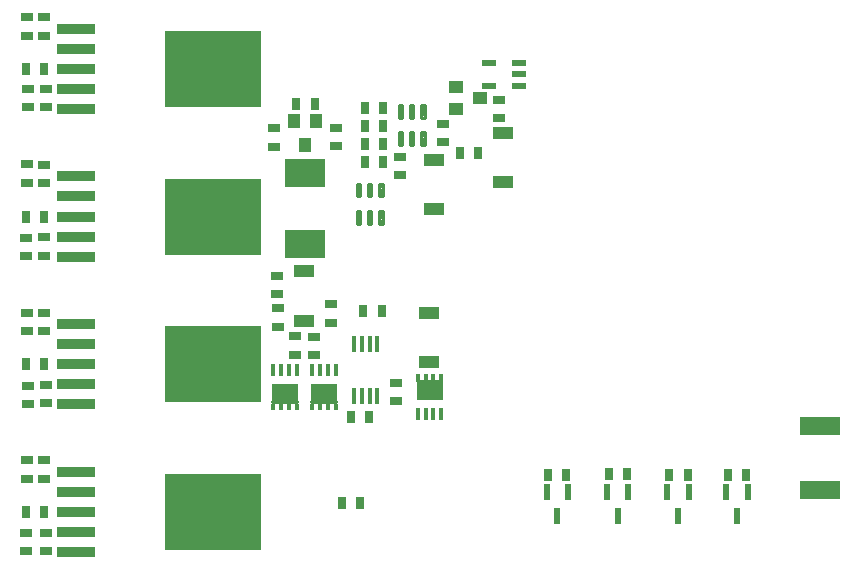
<source format=gbr>
G04 EAGLE Gerber RS-274X export*
G75*
%MOMM*%
%FSLAX34Y34*%
%LPD*%
%INSolderpaste Bottom*%
%IPPOS*%
%AMOC8*
5,1,8,0,0,1.08239X$1,22.5*%
G01*
%ADD10R,1.000000X0.650000*%
%ADD11R,0.650000X1.000000*%
%ADD12R,1.720000X1.120000*%
%ADD13R,0.450000X1.400000*%
%ADD14R,3.500000X1.500000*%
%ADD15R,3.500000X2.350000*%
%ADD16R,0.405000X0.990000*%
%ADD17R,0.405000X0.510000*%
%ADD18R,2.235000X1.725000*%
%ADD19R,0.200000X0.250000*%
%ADD20R,1.000000X1.270000*%
%ADD21R,1.270000X1.000000*%
%ADD22R,1.200000X0.550000*%
%ADD23R,3.200400X0.914400*%
%ADD24R,8.153400X6.502400*%
%ADD25C,0.295000*%
%ADD26R,0.558800X1.320800*%


D10*
X371000Y171550D03*
X371000Y156050D03*
X57900Y29050D03*
X57900Y44550D03*
X74100Y44850D03*
X74100Y29350D03*
X74100Y169750D03*
X74100Y154250D03*
X57900Y279150D03*
X57900Y294650D03*
X73100Y294950D03*
X73100Y279450D03*
X58900Y404950D03*
X58900Y420450D03*
X316100Y238250D03*
X316100Y222750D03*
X74100Y420350D03*
X74100Y404850D03*
D11*
X340650Y70100D03*
X325150Y70100D03*
X348050Y142900D03*
X332550Y142900D03*
D10*
X267100Y387150D03*
X267100Y371650D03*
X58900Y153850D03*
X58900Y169350D03*
D12*
X293300Y224450D03*
X293300Y265950D03*
X398700Y230450D03*
X398700Y188950D03*
X461300Y341350D03*
X461300Y382850D03*
D13*
X335550Y204900D03*
X342050Y204900D03*
X348550Y204900D03*
X355050Y204900D03*
X355050Y160900D03*
X348550Y160900D03*
X342050Y160900D03*
X335550Y160900D03*
D14*
X729900Y80800D03*
X729900Y134800D03*
D15*
X293800Y349750D03*
X293800Y289250D03*
D16*
X409120Y145650D03*
X402520Y145650D03*
X395920Y145650D03*
X389320Y145650D03*
D17*
X389320Y176750D03*
X395920Y176750D03*
X402520Y176750D03*
X409120Y176750D03*
D18*
X399220Y165580D03*
D19*
X388240Y172950D03*
X410160Y172950D03*
D20*
X293700Y373300D03*
X303200Y393300D03*
X284200Y393300D03*
D16*
X300080Y182450D03*
X306680Y182450D03*
X313280Y182450D03*
X319880Y182450D03*
D17*
X319880Y151350D03*
X313280Y151350D03*
X306680Y151350D03*
X300080Y151350D03*
D18*
X309980Y162520D03*
D19*
X320960Y155150D03*
X299040Y155150D03*
D16*
X266780Y182450D03*
X273380Y182450D03*
X279980Y182450D03*
X286580Y182450D03*
D17*
X286580Y151350D03*
X279980Y151350D03*
X273380Y151350D03*
X266780Y151350D03*
D18*
X276680Y162520D03*
D19*
X287660Y155150D03*
X265740Y155150D03*
D21*
X441700Y412800D03*
X421700Y422300D03*
X421700Y403300D03*
D10*
X73000Y90450D03*
X73000Y105950D03*
X58000Y90550D03*
X58000Y106050D03*
D11*
X667250Y94000D03*
X651750Y94000D03*
D10*
X270700Y219350D03*
X270700Y234850D03*
X270000Y246650D03*
X270000Y262150D03*
D11*
X617650Y94000D03*
X602150Y94000D03*
D10*
X73000Y215250D03*
X73000Y230750D03*
X58000Y215350D03*
X58000Y230850D03*
X285000Y195450D03*
X285000Y210950D03*
D11*
X72750Y62500D03*
X57250Y62500D03*
X515150Y94000D03*
X499650Y94000D03*
X72750Y187500D03*
X57250Y187500D03*
D10*
X73000Y340650D03*
X73000Y356150D03*
X58000Y341050D03*
X58000Y356550D03*
D11*
X72750Y312500D03*
X57250Y312500D03*
D10*
X73100Y465750D03*
X73100Y481250D03*
X58100Y465650D03*
X58100Y481150D03*
D11*
X72750Y437500D03*
X57250Y437500D03*
X566650Y94100D03*
X551150Y94100D03*
D10*
X457900Y411350D03*
X457900Y395850D03*
D11*
X440250Y366100D03*
X424750Y366100D03*
D10*
X301100Y194950D03*
X301100Y210450D03*
D11*
X358650Y232700D03*
X343150Y232700D03*
X301950Y408100D03*
X286450Y408100D03*
D10*
X319800Y387850D03*
X319800Y372350D03*
D22*
X475200Y442300D03*
X475200Y432800D03*
X475200Y423300D03*
X449200Y423300D03*
X449200Y442300D03*
D23*
X99957Y28464D03*
X99957Y45482D03*
X99957Y62500D03*
X99957Y79518D03*
X99957Y96536D03*
D24*
X215654Y62500D03*
D23*
X99957Y153464D03*
X99957Y170482D03*
X99957Y187500D03*
X99957Y204518D03*
X99957Y221536D03*
D24*
X215654Y187500D03*
D23*
X99957Y278464D03*
X99957Y295482D03*
X99957Y312500D03*
X99957Y329518D03*
X99957Y346536D03*
D24*
X215654Y312500D03*
D23*
X99957Y403464D03*
X99957Y420482D03*
X99957Y437500D03*
X99957Y454518D03*
X99957Y471536D03*
D24*
X215654Y437500D03*
D25*
X359475Y316975D02*
X359475Y306225D01*
X356525Y306225D01*
X356525Y316975D01*
X359475Y316975D01*
X359475Y309027D02*
X356525Y309027D01*
X356525Y311829D02*
X359475Y311829D01*
X359475Y314631D02*
X356525Y314631D01*
X349975Y316975D02*
X349975Y306225D01*
X347025Y306225D01*
X347025Y316975D01*
X349975Y316975D01*
X349975Y309027D02*
X347025Y309027D01*
X347025Y311829D02*
X349975Y311829D01*
X349975Y314631D02*
X347025Y314631D01*
X340475Y316975D02*
X340475Y306225D01*
X337525Y306225D01*
X337525Y316975D01*
X340475Y316975D01*
X340475Y309027D02*
X337525Y309027D01*
X337525Y311829D02*
X340475Y311829D01*
X340475Y314631D02*
X337525Y314631D01*
X340475Y329625D02*
X340475Y340375D01*
X340475Y329625D02*
X337525Y329625D01*
X337525Y340375D01*
X340475Y340375D01*
X340475Y332427D02*
X337525Y332427D01*
X337525Y335229D02*
X340475Y335229D01*
X340475Y338031D02*
X337525Y338031D01*
X349975Y340375D02*
X349975Y329625D01*
X347025Y329625D01*
X347025Y340375D01*
X349975Y340375D01*
X349975Y332427D02*
X347025Y332427D01*
X347025Y335229D02*
X349975Y335229D01*
X349975Y338031D02*
X347025Y338031D01*
X359475Y340375D02*
X359475Y329625D01*
X356525Y329625D01*
X356525Y340375D01*
X359475Y340375D01*
X359475Y332427D02*
X356525Y332427D01*
X356525Y335229D02*
X359475Y335229D01*
X359475Y338031D02*
X356525Y338031D01*
D26*
X498356Y79160D03*
X516644Y79160D03*
X507500Y58840D03*
X549356Y79160D03*
X567644Y79160D03*
X558500Y58840D03*
X650356Y79160D03*
X668644Y79160D03*
X659500Y58840D03*
X600656Y79160D03*
X618944Y79160D03*
X609800Y58840D03*
D11*
X344250Y404000D03*
X359750Y404000D03*
D12*
X403000Y319250D03*
X403000Y360750D03*
D11*
X344250Y374000D03*
X359750Y374000D03*
D10*
X374000Y362750D03*
X374000Y347250D03*
D11*
X344250Y389000D03*
X359750Y389000D03*
D25*
X394975Y383675D02*
X394975Y372925D01*
X392025Y372925D01*
X392025Y383675D01*
X394975Y383675D01*
X394975Y375727D02*
X392025Y375727D01*
X392025Y378529D02*
X394975Y378529D01*
X394975Y381331D02*
X392025Y381331D01*
X385475Y383675D02*
X385475Y372925D01*
X382525Y372925D01*
X382525Y383675D01*
X385475Y383675D01*
X385475Y375727D02*
X382525Y375727D01*
X382525Y378529D02*
X385475Y378529D01*
X385475Y381331D02*
X382525Y381331D01*
X375975Y383675D02*
X375975Y372925D01*
X373025Y372925D01*
X373025Y383675D01*
X375975Y383675D01*
X375975Y375727D02*
X373025Y375727D01*
X373025Y378529D02*
X375975Y378529D01*
X375975Y381331D02*
X373025Y381331D01*
X375975Y396325D02*
X375975Y407075D01*
X375975Y396325D02*
X373025Y396325D01*
X373025Y407075D01*
X375975Y407075D01*
X375975Y399127D02*
X373025Y399127D01*
X373025Y401929D02*
X375975Y401929D01*
X375975Y404731D02*
X373025Y404731D01*
X385475Y407075D02*
X385475Y396325D01*
X382525Y396325D01*
X382525Y407075D01*
X385475Y407075D01*
X385475Y399127D02*
X382525Y399127D01*
X382525Y401929D02*
X385475Y401929D01*
X385475Y404731D02*
X382525Y404731D01*
X394975Y407075D02*
X394975Y396325D01*
X392025Y396325D01*
X392025Y407075D01*
X394975Y407075D01*
X394975Y399127D02*
X392025Y399127D01*
X392025Y401929D02*
X394975Y401929D01*
X394975Y404731D02*
X392025Y404731D01*
D10*
X411000Y390750D03*
X411000Y375250D03*
D11*
X359750Y359000D03*
X344250Y359000D03*
M02*

</source>
